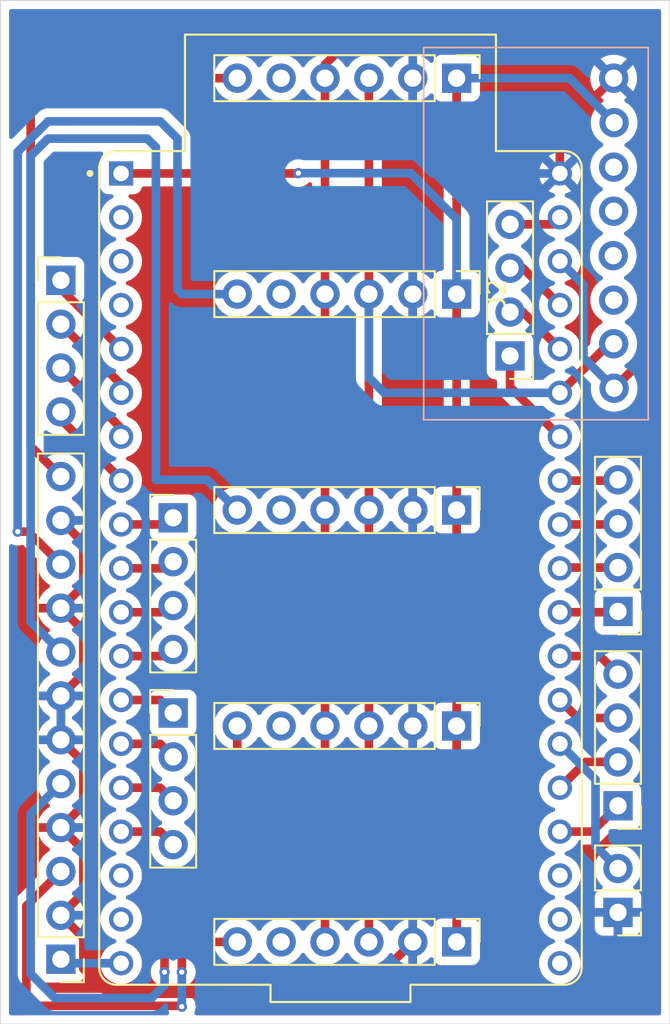
<source format=kicad_pcb>
(kicad_pcb (version 20240108) (generator "pcbnew") (generator_version "8.0")
  (layers (0 "F.Cu" signal) (31 "B.Cu" signal) (34 "B.Paste" user) (35 "F.Paste" user) (36 "B.SilkS" user "B.Silkscreen") (37 "F.SilkS" user "F.Silkscreen") (38 "B.Mask" user) (39 "F.Mask" user) (44 "Edge.Cuts" user))
  (net 0 "")
  (net 1 "GND1")
  (net 2 "SCL")
  (net 3 "+3V3")
  (net 5 "SDA")
  (net 10 "Net-(J6-Pin_2)")
  (net 11 "Net-(J6-Pin_1)")
  (net 12 "Net-(J6-Pin_4)")
  (net 13 "Net-(J6-Pin_3)")
  (net 14 "VIN")
  (net 15 "Net-(J8-Pin_2)")
  (net 16 "Net-(J8-Pin_3)")
  (net 17 "Net-(J8-Pin_4)")
  (net 18 "Net-(J13-Pin_1)")
  (net 19 "Net-(J13-Pin_3)")
  (net 20 "Net-(J13-Pin_2)")
  (net 21 "Net-(J13-Pin_4)")
  (net 23 "Net-(J14-Pin_1)")
  (net 25 "Net-(J14-Pin_4)")
  (net 26 "Net-(J14-Pin_2)")
  (net 27 "Net-(J14-Pin_3)")
  (net 28 "Net-(J15-Pin_2)")
  (net 29 "Net-(J15-Pin_4)")
  (net 30 "Net-(J15-Pin_1)")
  (net 31 "Net-(J15-Pin_3)")
  (net 32 "Net-(J16-Pin_3)")
  (net 33 "Net-(J16-Pin_4)")
  (net 36 "Net-(J16-Pin_1)")
  (net 37 "Net-(J16-Pin_2)")
  (net 38 "Net-(J8-Pin_1)")
  (net 39 "Net-(J9-Pin_2)")
  (net 44 "VCC1")
  (net 45 "VCC2")
  (net 46 "VCC3")
  (net 47 "VCC4")
  (net 48 "VCC5")
  (footprint "Connector_PinHeader_2.54mm:PinHeader_1x02_P2.54mm_Vertical" (layer "F.Cu") (at 166.25 124.79 180)
    (property "Reference" "J9" (hide yes))
    (property "Value" "Conn_01x02_Pin" (hide yes))
    (fp_line (start 1.33 1.27) (end 1.33 3.87) (stroke (width 0.12)) (layer "F.SilkS"))
    (fp_line (start -1.33 3.87) (end 1.33 3.87) (stroke (width 0.12)) (layer "F.SilkS"))
    (fp_line (start -1.33 1.27) (end 1.33 1.27) (stroke (width 0.12)) (layer "F.SilkS"))
    (fp_line (start -1.33 1.27) (end -1.33 3.87) (stroke (width 0.12)) (layer "F.SilkS"))
    (fp_line (start -1.33 0) (end -1.33 -1.33) (stroke (width 0.12)) (layer "F.SilkS"))
    (fp_line (start -1.33 -1.33) (end 0 -1.33) (stroke (width 0.12)) (layer "F.SilkS"))
    (pad "1" thru_hole rect (at 0 0 180) (size 1.7 1.7) (drill 1) (layers "*.Cu" "*.Mask") (net 1 "GND1"))
    (pad "2" thru_hole oval (at 0 2.54 180) (size 1.7 1.7) (drill 1) (layers "*.Cu" "*.Mask") (net 39 "Net-(J9-Pin_2)"))
  )
  (footprint "pin_header:PinHeader_1x04_P2.54mm_Vertical" (layer "F.Cu") (at 166.25 118.62 180)
    (property "Reference" "J8" (hide yes))
    (property "Value" "Conn_01x04_Pin" (hide yes))
    (fp_line (start 1.33 1.27) (end 1.33 8.95) (stroke (width 0.12)) (layer "F.SilkS"))
    (fp_line (start -1.33 8.95) (end 1.33 8.95) (stroke (width 0.12)) (layer "F.SilkS"))
    (fp_line (start -1.33 1.27) (end 1.33 1.27) (stroke (width 0.12)) (layer "F.SilkS"))
    (fp_line (start -1.33 1.27) (end -1.33 8.95) (stroke (width 0.12)) (layer "F.SilkS"))
    (fp_line (start -1.33 0) (end -1.33 -1.33) (stroke (width 0.12)) (layer "F.SilkS"))
    (fp_line (start -1.33 -1.33) (end 0 -1.33) (stroke (width 0.12)) (layer "F.SilkS"))
    (pad "1" thru_hole rect (at 0 0 180) (size 1.7 1.7) (drill 1) (layers "*.Cu" "*.Mask") (net 38 "Net-(J8-Pin_1)"))
    (pad "2" thru_hole oval (at 0 2.54 180) (size 1.7 1.7) (drill 1) (layers "*.Cu" "*.Mask") (net 15 "Net-(J8-Pin_2)"))
    (pad "3" thru_hole oval (at 0 5.08 180) (size 1.7 1.7) (drill 1) (layers "*.Cu" "*.Mask") (net 16 "Net-(J8-Pin_3)"))
    (pad "4" thru_hole oval (at 0 7.62 180) (size 1.7 1.7) (drill 1) (layers "*.Cu" "*.Mask") (net 17 "Net-(J8-Pin_4)"))
  )
  (footprint "Connector_PinHeader_2.54mm:PinHeader_1x06_P2.54mm_Vertical" (layer "F.Cu") (at 156.91 76.5 -90)
    (property "Reference" "J1" (hide yes))
    (property "Value" "Conn_01x06_Pin" (hide yes))
    (fp_line (start -1.33 14.03) (end 1.33 14.03) (stroke (width 0.12)) (layer "F.SilkS"))
    (fp_line (start -1.33 1.27) (end -1.33 14.03) (stroke (width 0.12)) (layer "F.SilkS"))
    (fp_line (start -1.33 1.27) (end 1.33 1.27) (stroke (width 0.12)) (layer "F.SilkS"))
    (fp_line (start 1.33 1.27) (end 1.33 14.03) (stroke (width 0.12)) (layer "F.SilkS"))
    (fp_line (start -1.33 0) (end -1.33 -1.33) (stroke (width 0.12)) (layer "F.SilkS"))
    (fp_line (start -1.33 -1.33) (end 0 -1.33) (stroke (width 0.12)) (layer "F.SilkS"))
    (pad "1" thru_hole rect (at 0 0 270) (size 1.7 1.7) (drill 1) (layers "*.Cu" "*.Mask") (net 3 "+3V3"))
    (pad "2" thru_hole oval (at 0 2.54 270) (size 1.7 1.7) (drill 1) (layers "*.Cu" "*.Mask") (net 1 "GND1"))
    (pad "3" thru_hole oval (at 0 5.08 270) (size 1.7 1.7) (drill 1) (layers "*.Cu" "*.Mask") (net 5 "SDA"))
    (pad "4" thru_hole oval (at 0 7.62 270) (size 1.7 1.7) (drill 1) (layers "*.Cu" "*.Mask") (net 2 "SCL"))
    (pad "5" thru_hole oval (at 0 10.16 270) (size 1.7 1.7) (drill 1) (layers "*.Cu" "*.Mask"))
    (pad "6" thru_hole oval (at 0 12.7 270) (size 1.7 1.7) (drill 1) (layers "*.Cu" "*.Mask") (net 44 "VCC1"))
  )
  (footprint "pin_header:PinHeader_1x04_P2.54mm_Vertical" (layer "F.Cu") (at 140.5 113.25)
    (property "Reference" "J15" (hide yes))
    (property "Value" "Conn_01x04_Pin" (hide yes))
    (fp_line (start -1.33 -1.33) (end 0 -1.33) (stroke (width 0.12)) (layer "F.SilkS"))
    (fp_line (start -1.33 0) (end -1.33 -1.33) (stroke (width 0.12)) (layer "F.SilkS"))
    (fp_line (start -1.33 1.27) (end -1.33 8.95) (stroke (width 0.12)) (layer "F.SilkS"))
    (fp_line (start -1.33 1.27) (end 1.33 1.27) (stroke (width 0.12)) (layer "F.SilkS"))
    (fp_line (start -1.33 8.95) (end 1.33 8.95) (stroke (width 0.12)) (layer "F.SilkS"))
    (fp_line (start 1.33 1.27) (end 1.33 8.95) (stroke (width 0.12)) (layer "F.SilkS"))
    (pad "1" thru_hole rect (at 0 0) (size 1.7 1.7) (drill 1) (layers "*.Cu" "*.Mask") (net 30 "Net-(J15-Pin_1)"))
    (pad "2" thru_hole oval (at 0 2.54) (size 1.7 1.7) (drill 1) (layers "*.Cu" "*.Mask") (net 28 "Net-(J15-Pin_2)"))
    (pad "3" thru_hole oval (at 0 5.08) (size 1.7 1.7) (drill 1) (layers "*.Cu" "*.Mask") (net 31 "Net-(J15-Pin_3)"))
    (pad "4" thru_hole oval (at 0 7.62) (size 1.7 1.7) (drill 1) (layers "*.Cu" "*.Mask") (net 29 "Net-(J15-Pin_4)"))
  )
  (footprint "Connector_PinHeader_2.54mm:PinHeader_1x12_P2.54mm_Vertical" (layer "F.Cu") (at 134 127.5 180)
    (property "Reference" "J7" (hide yes))
    (property "Value" "Conn_01x12_Pin" (hide yes))
    (fp_line (start 1.33 1.27) (end 1.33 29.27) (stroke (width 0.12)) (layer "F.SilkS"))
    (fp_line (start -1.33 29.27) (end 1.33 29.27) (stroke (width 0.12)) (layer "F.SilkS"))
    (fp_line (start -1.33 1.27) (end 1.33 1.27) (stroke (width 0.12)) (layer "F.SilkS"))
    (fp_line (start -1.33 1.27) (end -1.33 29.27) (stroke (width 0.12)) (layer "F.SilkS"))
    (fp_line (start -1.33 0) (end -1.33 -1.33) (stroke (width 0.12)) (layer "F.SilkS"))
    (fp_line (start -1.33 -1.33) (end 0 -1.33) (stroke (width 0.12)) (layer "F.SilkS"))
    (pad "1" thru_hole rect (at 0 0 180) (size 1.7 1.7) (drill 1) (layers "*.Cu" "*.Mask") (net 14 "VIN"))
    (pad "2" thru_hole oval (at 0 2.54 180) (size 1.7 1.7) (drill 1) (layers "*.Cu" "*.Mask") (net 1 "GND1"))
    (pad "3" thru_hole oval (at 0 5.08 180) (size 1.7 1.7) (drill 1) (layers "*.Cu" "*.Mask") (net 48 "VCC5"))
    (pad "4" thru_hole oval (at 0 7.62 180) (size 1.7 1.7) (drill 1) (layers "*.Cu" "*.Mask") (net 1 "GND1"))
    (pad "5" thru_hole oval (at 0 10.16 180) (size 1.7 1.7) (drill 1) (layers "*.Cu" "*.Mask") (net 47 "VCC4"))
    (pad "6" thru_hole oval (at 0 12.7 180) (size 1.7 1.7) (drill 1) (layers "*.Cu" "*.Mask") (net 1 "GND1"))
    (pad "7" thru_hole oval (at 0 15.24 180) (size 1.7 1.7) (drill 1) (layers "*.Cu" "*.Mask") (net 1 "GND1"))
    (pad "8" thru_hole oval (at 0 17.78 180) (size 1.7 1.7) (drill 1) (layers "*.Cu" "*.Mask") (net 46 "VCC3"))
    (pad "9" thru_hole oval (at 0 20.32 180) (size 1.7 1.7) (drill 1) (layers "*.Cu" "*.Mask") (net 1 "GND1"))
    (pad "10" thru_hole oval (at 0 22.86 180) (size 1.7 1.7) (drill 1) (layers "*.Cu" "*.Mask") (net 45 "VCC2"))
    (pad "11" thru_hole oval (at 0 25.4 180) (size 1.7 1.7) (drill 1) (layers "*.Cu" "*.Mask") (net 1 "GND1"))
    (pad "12" thru_hole oval (at 0 27.94 180) (size 1.7 1.7) (drill 1) (layers "*.Cu" "*.Mask") (net 44 "VCC1"))
  )
  (footprint "Connector_PinHeader_2.54mm:PinHeader_1x06_P2.54mm_Vertical" (layer "F.Cu") (at 156.91 126.5 -90)
    (property "Reference" "J5" (hide yes))
    (property "Value" "Conn_01x06_Pin" (hide yes))
    (fp_line (start -1.33 14.03) (end 1.33 14.03) (stroke (width 0.12)) (layer "F.SilkS"))
    (fp_line (start -1.33 1.27) (end -1.33 14.03) (stroke (width 0.12)) (layer "F.SilkS"))
    (fp_line (start -1.33 1.27) (end 1.33 1.27) (stroke (width 0.12)) (layer "F.SilkS"))
    (fp_line (start 1.33 1.27) (end 1.33 14.03) (stroke (width 0.12)) (layer "F.SilkS"))
    (fp_line (start -1.33 0) (end -1.33 -1.33) (stroke (width 0.12)) (layer "F.SilkS"))
    (fp_line (start -1.33 -1.33) (end 0 -1.33) (stroke (width 0.12)) (layer "F.SilkS"))
    (pad "1" thru_hole rect (at 0 0 270) (size 1.7 1.7) (drill 1) (layers "*.Cu" "*.Mask") (net 3 "+3V3"))
    (pad "2" thru_hole oval (at 0 2.54 270) (size 1.7 1.7) (drill 1) (layers "*.Cu" "*.Mask") (net 1 "GND1"))
    (pad "3" thru_hole oval (at 0 5.08 270) (size 1.7 1.7) (drill 1) (layers "*.Cu" "*.Mask") (net 5 "SDA"))
    (pad "4" thru_hole oval (at 0 7.62 270) (size 1.7 1.7) (drill 1) (layers "*.Cu" "*.Mask") (net 2 "SCL"))
    (pad "5" thru_hole oval (at 0 10.16 270) (size 1.7 1.7) (drill 1) (layers "*.Cu" "*.Mask"))
    (pad "6" thru_hole oval (at 0 12.7 270) (size 1.7 1.7) (drill 1) (layers "*.Cu" "*.Mask") (net 48 "VCC5"))
  )
  (footprint "Connector_PinHeader_2.54mm:PinHeader_1x06_P2.54mm_Vertical" (layer "F.Cu") (at 156.91 101.5 -90)
    (property "Reference" "J3" (hide yes))
    (property "Value" "Conn_01x06_Pin" (hide yes))
    (fp_line (start -1.33 14.03) (end 1.33 14.03) (stroke (width 0.12)) (layer "F.SilkS"))
    (fp_line (start -1.33 1.27) (end -1.33 14.03) (stroke (width 0.12)) (layer "F.SilkS"))
    (fp_line (start -1.33 1.27) (end 1.33 1.27) (stroke (width 0.12)) (layer "F.SilkS"))
    (fp_line (start 1.33 1.27) (end 1.33 14.03) (stroke (width 0.12)) (layer "F.SilkS"))
    (fp_line (start -1.33 0) (end -1.33 -1.33) (stroke (width 0.12)) (layer "F.SilkS"))
    (fp_line (start -1.33 -1.33) (end 0 -1.33) (stroke (width 0.12)) (layer "F.SilkS"))
    (pad "1" thru_hole rect (at 0 0 270) (size 1.7 1.7) (drill 1) (layers "*.Cu" "*.Mask") (net 3 "+3V3"))
    (pad "2" thru_hole oval (at 0 2.54 270) (size 1.7 1.7) (drill 1) (layers "*.Cu" "*.Mask") (net 1 "GND1"))
    (pad "3" thru_hole oval (at 0 5.08 270) (size 1.7 1.7) (drill 1) (layers "*.Cu" "*.Mask") (net 5 "SDA"))
    (pad "4" thru_hole oval (at 0 7.62 270) (size 1.7 1.7) (drill 1) (layers "*.Cu" "*.Mask") (net 2 "SCL"))
    (pad "5" thru_hole oval (at 0 10.16 270) (size 1.7 1.7) (drill 1) (layers "*.Cu" "*.Mask"))
    (pad "6" thru_hole oval (at 0 12.7 270) (size 1.7 1.7) (drill 1) (layers "*.Cu" "*.Mask") (net 46 "VCC3"))
  )
  (footprint "pin_header:PinHeader_1x04_P2.54mm_Vertical" (layer "F.Cu") (at 134 88.2)
    (property "Reference" "J13" (hide yes))
    (property "Value" "Conn_01x04_Pin" (hide yes))
    (fp_line (start -1.33 -1.33) (end 0 -1.33) (stroke (width 0.12)) (layer "F.SilkS"))
    (fp_line (start -1.33 0) (end -1.33 -1.33) (stroke (width 0.12)) (layer "F.SilkS"))
    (fp_line (start -1.33 1.27) (end -1.33 8.95) (stroke (width 0.12)) (layer "F.SilkS"))
    (fp_line (start -1.33 1.27) (end 1.33 1.27) (stroke (width 0.12)) (layer "F.SilkS"))
    (fp_line (start -1.33 8.95) (end 1.33 8.95) (stroke (width 0.12)) (layer "F.SilkS"))
    (fp_line (start 1.33 1.27) (end 1.33 8.95) (stroke (width 0.12)) (layer "F.SilkS"))
    (pad "1" thru_hole rect (at 0 0) (size 1.7 1.7) (drill 1) (layers "*.Cu" "*.Mask") (net 18 "Net-(J13-Pin_1)"))
    (pad "2" thru_hole oval (at 0 2.54) (size 1.7 1.7) (drill 1) (layers "*.Cu" "*.Mask") (net 20 "Net-(J13-Pin_2)"))
    (pad "3" thru_hole oval (at 0 5.08) (size 1.7 1.7) (drill 1) (layers "*.Cu" "*.Mask") (net 19 "Net-(J13-Pin_3)"))
    (pad "4" thru_hole oval (at 0 7.62) (size 1.7 1.7) (drill 1) (layers "*.Cu" "*.Mask") (net 21 "Net-(J13-Pin_4)"))
  )
  (footprint "Connector_PinHeader_2.54mm:PinHeader_1x04_P2.54mm_Vertical" (layer "F.Cu") (at 166.25 107.37 180)
    (property "Reference" "J6" (hide yes))
    (property "Value" "Conn_01x04_Pin" (hide yes))
    (fp_line (start 1.33 1.27) (end 1.33 8.95) (stroke (width 0.12)) (layer "F.SilkS"))
    (fp_line (start -1.33 8.95) (end 1.33 8.95) (stroke (width 0.12)) (layer "F.SilkS"))
    (fp_line (start -1.33 1.27) (end 1.33 1.27) (stroke (width 0.12)) (layer "F.SilkS"))
    (fp_line (start -1.33 1.27) (end -1.33 8.95) (stroke (width 0.12)) (layer "F.SilkS"))
    (fp_line (start -1.33 0) (end -1.33 -1.33) (stroke (width 0.12)) (layer "F.SilkS"))
    (fp_line (start -1.33 -1.33) (end 0 -1.33) (stroke (width 0.12)) (layer "F.SilkS"))
    (pad "1" thru_hole rect (at 0 0 180) (size 1.7 1.7) (drill 1) (layers "*.Cu" "*.Mask") (net 11 "Net-(J6-Pin_1)"))
    (pad "2" thru_hole oval (at 0 2.54 180) (size 1.7 1.7) (drill 1) (layers "*.Cu" "*.Mask") (net 10 "Net-(J6-Pin_2)"))
    (pad "3" thru_hole oval (at 0 5.08 180) (size 1.7 1.7) (drill 1) (layers "*.Cu" "*.Mask") (net 13 "Net-(J6-Pin_3)"))
    (pad "4" thru_hole oval (at 0 7.62 180) (size 1.7 1.7) (drill 1) (layers "*.Cu" "*.Mask") (net 12 "Net-(J6-Pin_4)"))
  )
  (footprint "Connector_PinHeader_2.54mm:PinHeader_1x06_P2.54mm_Vertical" (layer "F.Cu") (at 156.91 114 -90)
    (property "Reference" "J4" (hide yes))
    (property "Value" "Conn_01x06_Pin" (hide yes))
    (fp_line (start -1.33 14.03) (end 1.33 14.03) (stroke (width 0.12)) (layer "F.SilkS"))
    (fp_line (start -1.33 1.27) (end -1.33 14.03) (stroke (width 0.12)) (layer "F.SilkS"))
    (fp_line (start -1.33 1.27) (end 1.33 1.27) (stroke (width 0.12)) (layer "F.SilkS"))
    (fp_line (start 1.33 1.27) (end 1.33 14.03) (stroke (width 0.12)) (layer "F.SilkS"))
    (fp_line (start -1.33 0) (end -1.33 -1.33) (stroke (width 0.12)) (layer "F.SilkS"))
    (fp_line (start -1.33 -1.33) (end 0 -1.33) (stroke (width 0.12)) (layer "F.SilkS"))
    (pad "1" thru_hole rect (at 0 0 270) (size 1.7 1.7) (drill 1) (layers "*.Cu" "*.Mask") (net 3 "+3V3"))
    (pad "2" thru_hole oval (at 0 2.54 270) (size 1.7 1.7) (drill 1) (layers "*.Cu" "*.Mask") (net 1 "GND1"))
    (pad "3" thru_hole oval (at 0 5.08 270) (size 1.7 1.7) (drill 1) (layers "*.Cu" "*.Mask") (net 5 "SDA"))
    (pad "4" thru_hole oval (at 0 7.62 270) (size 1.7 1.7) (drill 1) (layers "*.Cu" "*.Mask") (net 2 "SCL"))
    (pad "5" thru_hole oval (at 0 10.16 270) (size 1.7 1.7) (drill 1) (layers "*.Cu" "*.Mask"))
    (pad "6" thru_hole oval (at 0 12.7 270) (size 1.7 1.7) (drill 1) (layers "*.Cu" "*.Mask") (net 47 "VCC4"))
  )
  (footprint "Connector_PinHeader_2.54mm:PinHeader_1x06_P2.54mm_Vertical" (layer "F.Cu") (at 156.91 89 -90)
    (property "Reference" "J2" (at 0 -2.33 90) (layer "F.SilkS"))
    (property "Value" "Conn_01x06_Pin" (hide yes))
    (fp_line (start -1.33 14.03) (end 1.33 14.03) (stroke (width 0.12)) (layer "F.SilkS"))
    (fp_line (start -1.33 1.27) (end -1.33 14.03) (stroke (width 0.12)) (layer "F.SilkS"))
    (fp_line (start -1.33 1.27) (end 1.33 1.27) (stroke (width 0.12)) (layer "F.SilkS"))
    (fp_line (start 1.33 1.27) (end 1.33 14.03) (stroke (width 0.12)) (layer "F.SilkS"))
    (fp_line (start -1.33 0) (end -1.33 -1.33) (stroke (width 0.12)) (layer "F.SilkS"))
    (fp_line (start -1.33 -1.33) (end 0 -1.33) (stroke (width 0.12)) (layer "F.SilkS"))
    (pad "1" thru_hole rect (at 0 0 270) (size 1.7 1.7) (drill 1) (layers "*.Cu" "*.Mask") (net 3 "+3V3"))
    (pad "2" thru_hole oval (at 0 2.54 270) (size 1.7 1.7) (drill 1) (layers "*.Cu" "*.Mask") (net 1 "GND1"))
    (pad "3" thru_hole oval (at 0 5.08 270) (size 1.7 1.7) (drill 1) (layers "*.Cu" "*.Mask") (net 5 "SDA"))
    (pad "4" thru_hole oval (at 0 7.62 270) (size 1.7 1.7) (drill 1) (layers "*.Cu" "*.Mask") (net 2 "SCL"))
    (pad "5" thru_hole oval (at 0 10.16 270) (size 1.7 1.7) (drill 1) (layers "*.Cu" "*.Mask"))
    (pad "6" thru_hole oval (at 0 12.7 270) (size 1.7 1.7) (drill 1) (layers "*.Cu" "*.Mask") (net 45 "VCC2"))
  )
  (footprint "pin_header:PinHeader_1x04_P2.54mm_Vertical" (layer "F.Cu") (at 160 92.58 180)
    (property "Reference" "J16" (hide yes))
    (property "Value" "Conn_01x04_Pin" (hide yes))
    (fp_line (start 1.33 1.27) (end 1.33 8.95) (stroke (width 0.12)) (layer "F.SilkS"))
    (fp_line (start -1.33 8.95) (end 1.33 8.95) (stroke (width 0.12)) (layer "F.SilkS"))
    (fp_line (start -1.33 1.27) (end 1.33 1.27) (stroke (width 0.12)) (layer "F.SilkS"))
    (fp_line (start -1.33 1.27) (end -1.33 8.95) (stroke (width 0.12)) (layer "F.SilkS"))
    (fp_line (start -1.33 0) (end -1.33 -1.33) (stroke (width 0.12)) (layer "F.SilkS"))
    (fp_line (start -1.33 -1.33) (end 0 -1.33) (stroke (width 0.12)) (layer "F.SilkS"))
    (pad "1" thru_hole rect (at 0 0 180) (size 1.7 1.7) (drill 1) (layers "*.Cu" "*.Mask") (net 36 "Net-(J16-Pin_1)"))
    (pad "2" thru_hole oval (at 0 2.54 180) (size 1.7 1.7) (drill 1) (layers "*.Cu" "*.Mask") (net 37 "Net-(J16-Pin_2)"))
    (pad "3" thru_hole oval (at 0 5.08 180) (size 1.7 1.7) (drill 1) (layers "*.Cu" "*.Mask") (net 32 "Net-(J16-Pin_3)"))
    (pad "4" thru_hole oval (at 0 7.62 180) (size 1.7 1.7) (drill 1) (layers "*.Cu" "*.Mask") (net 33 "Net-(J16-Pin_4)"))
  )
  (footprint "ESP32_DEVKITC_32E:MODULE_ESP32-DEVKITC-32E" (layer "F.Cu") (at 150.185 104.85)
    (property "Reference" "U1" (hide yes))
    (property "Value" "ESP32-DEVKITC-32E" (hide yes))
    (fp_line (start -13.97 23.13) (end -13.97 -23.13) (stroke (width 0.127)) (layer "F.SilkS"))
    (fp_line (start -12.97 -24.13) (end -9 -24.13) (stroke (width 0.127)) (layer "F.SilkS"))
    (fp_line (start -12.97 24.13) (end -4.05 24.13) (stroke (width 0.127)) (layer "F.SilkS"))
    (fp_line (start -9 -30.87) (end 9 -30.87) (stroke (width 0.127)) (layer "F.SilkS"))
    (fp_line (start -9 -24.13) (end -9 -30.87) (stroke (width 0.127)) (layer "F.SilkS"))
    (fp_line (start -4.05 24.13) (end -4.05 25.13) (stroke (width 0.127)) (layer "F.SilkS"))
    (fp_line (start -4.05 25.13) (end 4.05 25.13) (stroke (width 0.127)) (layer "F.SilkS"))
    (fp_line (start 4.05 24.13) (end 12.97 24.13) (stroke (width 0.127)) (layer "F.SilkS"))
    (fp_line (start 4.05 25.13) (end 4.05 24.13) (stroke (width 0.127)) (layer "F.SilkS"))
    (fp_line (start 9 -30.87) (end 9 -24.13) (stroke (width 0.127)) (layer "F.SilkS"))
    (fp_line (start 9 -24.13) (end 12.97 -24.13) (stroke (width 0.127)) (layer "F.SilkS"))
    (fp_line (start 13.97 23.13) (end 13.97 -23.13) (stroke (width 0.127)) (layer "F.SilkS"))
    (fp_arc (start -13.97 -23.13) (mid -13.677107 -23.837107) (end -12.97 -24.13) (stroke (width 0.127)) (layer "F.SilkS"))
    (fp_arc (start -12.97 24.13) (mid -13.677107 23.837107) (end -13.97 23.13) (stroke (width 0.127)) (layer "F.SilkS"))
    (fp_arc (start 12.97 -24.13) (mid 13.677107 -23.837107) (end 13.97 -23.13) (stroke (width 0.127)) (layer "F.SilkS"))
    (fp_arc (start 13.97 23.13) (mid 13.677107 23.837107) (end 12.97 24.13) (stroke (width 0.127)) (layer "F.SilkS"))
    (fp_circle (center -14.5 -22.835) (end -14.4 -22.835) (stroke (width 0.2)) (fill none) (layer "F.SilkS"))
    (pad "J2_1" thru_hole rect (at -12.7 -22.835) (size 1.408 1.408) (drill 0.9) (layers "*.Cu" "*.Mask") (net 3 "+3V3"))
    (pad "J2_2" thru_hole circle (at -12.7 -20.295) (size 1.408 1.408) (drill 0.9) (layers "*.Cu" "*.Mask"))
    (pad "J2_3" thru_hole circle (at -12.7 -17.755) (size 1.408 1.408) (drill 0.9) (layers "*.Cu" "*.Mask"))
    (pad "J2_4" thru_hole circle (at -12.7 -15.215) (size 1.408 1.408) (drill 0.9) (layers "*.Cu" "*.Mask"))
    (pad "J2_5" thru_hole circle (at -12.7 -12.675) (size 1.408 1.408) (drill 0.9) (layers "*.Cu" "*.Mask") (net 18 "Net-(J13-Pin_1)"))
    (pad "J2_6" thru_hole circle (at -12.7 -10.135) (size 1.408 1.408) (drill 0.9) (layers "*.Cu" "*.Mask") (net 20 "Net-(J13-Pin_2)"))
    (pad "J2_7" thru_hole circle (at -12.7 -7.595) (size 1.408 1.408) (drill 0.9) (layers "*.Cu" "*.Mask") (net 19 "Net-(J13-Pin_3)"))
    (pad "J2_8" thru_hole circle (at -12.7 -5.055) (size 1.408 1.408) (drill 0.9) (layers "*.Cu" "*.Mask") (net 21 "Net-(J13-Pin_4)"))
    (pad "J2_9" thru_hole circle (at -12.7 -2.515) (size 1.408 1.408) (drill 0.9) (layers "*.Cu" "*.Mask") (net 23 "Net-(J14-Pin_1)"))
    (pad "J2_10" thru_hole circle (at -12.7 0.025) (size 1.408 1.408) (drill 0.9) (layers "*.Cu" "*.Mask") (net 26 "Net-(J14-Pin_2)"))
    (pad "J2_11" thru_hole circle (at -12.7 2.565) (size 1.408 1.408) (drill 0.9) (layers "*.Cu" "*.Mask") (net 27 "Net-(J14-Pin_3)"))
    (pad "J2_12" thru_hole circle (at -12.7 5.105) (size 1.408 1.408) (drill 0.9) (layers "*.Cu" "*.Mask") (net 25 "Net-(J14-Pin_4)"))
    (pad "J2_13" thru_hole circle (at -12.7 7.645) (size 1.408 1.408) (drill 0.9) (layers "*.Cu" "*.Mask") (net 30 "Net-(J15-Pin_1)"))
    (pad "J2_14" thru_hole circle (at -12.7 10.185) (size 1.408 1.408) (drill 0.9) (layers "*.Cu" "*.Mask") (net 28 "Net-(J15-Pin_2)"))
    (pad "J2_15" thru_hole circle (at -12.7 12.725) (size 1.408 1.408) (drill 0.9) (layers "*.Cu" "*.Mask") (net 31 "Net-(J15-Pin_3)"))
    (pad "J2_16" thru_hole circle (at -12.7 15.265) (size 1.408 1.408) (drill 0.9) (layers "*.Cu" "*.Mask") (net 29 "Net-(J15-Pin_4)"))
    (pad "J2_17" thru_hole circle (at -12.7 17.805) (size 1.408 1.408) (drill 0.9) (layers "*.Cu" "*.Mask"))
    (pad "J2_18" thru_hole circle (at -12.7 20.345) (size 1.408 1.408) (drill 0.9) (layers "*.Cu" "*.Mask"))
    (pad "J2_19" thru_hole circle (at -12.7 22.885) (size 1.408 1.408) (drill 0.9) (layers "*.Cu" "*.Mask") (net 14 "VIN"))
    (pad "J3_1" thru_hole circle (at 12.7 -22.835) (size 1.408 1.408) (drill 0.9) (layers "*.Cu" "*.Mask") (net 1 "GND1"))
    (pad "J3_2" thru_hole circle (at 12.7 -20.295) (size 1.408 1.408) (drill 0.9) (layers "*.Cu" "*.Mask") (net 33 "Net-(J16-Pin_4)"))
    (pad "J3_3" thru_hole circle (at 12.7 -17.755) (size 1.408 1.408) (drill 0.9) (layers "*.Cu" "*.Mask") (net 2 "SCL"))
    (pad "J3_4" thru_hole circle (at 12.7 -15.215) (size 1.408 1.408) (drill 0.9) (layers "*.Cu" "*.Mask") (net 32 "Net-(J16-Pin_3)"))
    (pad "J3_5" thru_hole circle (at 12.7 -12.675) (size 1.408 1.408) (drill 0.9) (layers "*.Cu" "*.Mask") (net 37 "Net-(J16-Pin_2)"))
    (pad "J3_6" thru_hole circle (at 12.7 -10.135) (size 1.408 1.408) (drill 0.9) (layers "*.Cu" "*.Mask") (net 5 "SDA"))
    (pad "J3_7" thru_hole circle (at 12.7 -7.595) (size 1.408 1.408) (drill 0.9) (layers "*.Cu" "*.Mask") (net 36 "Net-(J16-Pin_1)"))
    (pad "J3_8" thru_hole circle (at 12.7 -5.055) (size 1.408 1.408) (drill 0.9) (layers "*.Cu" "*.Mask") (net 12 "Net-(J6-Pin_4)"))
    (pad "J3_9" thru_hole circle (at 12.7 -2.515) (size 1.408 1.408) (drill 0.9) (layers "*.Cu" "*.Mask") (net 13 "Net-(J6-Pin_3)"))
    (pad "J3_10" thru_hole circle (at 12.7 0.025) (size 1.408 1.408) (drill 0.9) (layers "*.Cu" "*.Mask") (net 10 "Net-(J6-Pin_2)"))
    (pad "J3_11" thru_hole circle (at 12.7 2.565) (size 1.408 1.408) (drill 0.9) (layers "*.Cu" "*.Mask") (net 11 "Net-(J6-Pin_1)"))
    (pad "J3_12" thru_hole circle (at 12.7 5.105) (size 1.408 1.408) (drill 0.9) (layers "*.Cu" "*.Mask") (net 17 "Net-(J8-Pin_4)"))
    (pad "J3_13" thru_hole circle (at 12.7 7.645) (size 1.408 1.408) (drill 0.9) (layers "*.Cu" "*.Mask") (net 16 "Net-(J8-Pin_3)"))
    (pad "J3_14" thru_hole circle (at 12.7 10.185) (size 1.408 1.408) (drill 0.9) (layers "*.Cu" "*.Mask") (net 39 "Net-(J9-Pin_2)"))
    (pad "J3_15" thru_hole circle (at 12.7 12.725) (size 1.408 1.408) (drill 0.9) (layers "*.Cu" "*.Mask") (net 15 "Net-(J8-Pin_2)"))
    (pad "J3_16" thru_hole circle (at 12.7 15.265) (size 1.408 1.408) (drill 0.9) (layers "*.Cu" "*.Mask") (net 38 "Net-(J8-Pin_1)"))
    (pad "J3_17" thru_hole circle (at 12.7 17.805) (size 1.408 1.408) (drill 0.9) (layers "*.Cu" "*.Mask"))
    (pad "J3_18" thru_hole circle (at 12.7 20.345) (size 1.408 1.408) (drill 0.9) (layers "*.Cu" "*.Mask"))
    (pad "J3_19" thru_hole circle (at 12.7 22.885) (size 1.408 1.408) (drill 0.9) (layers "*.Cu" "*.Mask"))
  )
  (footprint "pin_header:PinHeader_1x04_P2.54mm_Vertical" (layer "F.Cu") (at 140.5 101.95)
    (property "Reference" "J14" (hide yes))
    (property "Value" "Conn_01x04_Pin" (hide yes))
    (fp_line (start -1.33 -1.33) (end 0 -1.33) (stroke (width 0.12)) (layer "F.SilkS"))
    (fp_line (start -1.33 0) (end -1.33 -1.33) (stroke (width 0.12)) (layer "F.SilkS"))
    (fp_line (start -1.33 1.27) (end -1.33 8.95) (stroke (width 0.12)) (layer "F.SilkS"))
    (fp_line (start -1.33 1.27) (end 1.33 1.27) (stroke (width 0.12)) (layer "F.SilkS"))
    (fp_line (start -1.33 8.95) (end 1.33 8.95) (stroke (width 0.12)) (layer "F.SilkS"))
    (fp_line (start 1.33 1.27) (end 1.33 8.95) (stroke (width 0.12)) (layer "F.SilkS"))
    (pad "1" thru_hole rect (at 0 0) (size 1.7 1.7) (drill 1) (layers "*.Cu" "*.Mask") (net 23 "Net-(J14-Pin_1)"))
    (pad "2" thru_hole oval (at 0 2.54) (size 1.7 1.7) (drill 1) (layers "*.Cu" "*.Mask") (net 26 "Net-(J14-Pin_2)"))
    (pad "3" thru_hole oval (at 0 5.08) (size 1.7 1.7) (drill 1) (layers "*.Cu" "*.Mask") (net 27 "Net-(J14-Pin_3)"))
    (pad "4" thru_hole oval (at 0 7.62) (size 1.7 1.7) (drill 1) (layers "*.Cu" "*.Mask") (net 25 "Net-(J14-Pin_4)"))
  )
  (footprint "test:ADXL345" (layer "B.Cu") (at 166 81.275 -90)
    (property "Reference" "U2" (hide yes))
    (property "Value" "~" (hide yes))
    (fp_rect (start 15 -2) (end -6.55 11) (stroke (width 0.1)) (fill none) (layer "B.SilkS"))
    (pad "1" thru_hole circle (at 13.175 -0.025 270) (size 1.7 1.7) (drill 1) (layers "*.Cu" "*.Mask") (net 2 "SCL"))
    (pad "2" thru_hole circle (at 10.6 0 270) (size 1.7 1.7) (drill 1) (layers "*.Cu" "*.Mask") (net 5 "SDA"))
    (pad "3" thru_hole circle (at 8.075 0 90) (size 1.7 1.7) (drill 1) (layers "*.Cu" "*.Mask"))
    (pad "4" thru_hole circle (at 5.5 0.025 90) (size 1.7 1.7) (drill 1) (layers "*.Cu" "*.Mask"))
    (pad "5" thru_hole circle (at 2.925 0 90) (size 1.7 1.7) (drill 1) (layers "*.Cu" "*.Mask"))
    (pad "6" thru_hole circle (at 0.375 0 270) (size 1.7 1.7) (drill 1) (layers "*.Cu" "*.Mask"))
    (pad "7" thru_hole circle (at -2.2 -0.025 270) (size 1.7 1.7) (drill 1) (layers "*.Cu" "*.Mask") (net 3 "+3V3"))
    (pad "8" thru_hole circle (at -4.775 0 270) (size 1.7 1.7) (drill 1) (layers "*.Cu" "*.Mask") (net 1 "GND1"))
  )
  (gr_rect (start 130.5 72) (end 169.25 131.25) (stroke (width 0.05)) (fill none) (layer "Edge.Cuts"))
  (segment (start 162.885 79.615) (end 162.885 82.015) (width 0.5) (layer "F.Cu") (net 1))
  (segment (start 134 102.1) (end 135.3 103.4) (width 0.5) (layer "F.Cu") (net 1))
  (segment (start 165 129.25) (end 166.25 128) (width 0.5) (layer "F.Cu") (net 1))
  (segment (start 134 124.96) (end 135.3 126.26) (width 0.5) (layer "F.Cu") (net 1))
  (segment (start 135.3 126.26) (end 135.3 128.05) (width 0.5) (layer "F.Cu") (net 1))
  (segment (start 154.37 128.12) (end 155.5 129.25) (width 0.5) (layer "F.Cu") (net 1))
  (segment (start 135.3 116.1) (end 135.3 118.58) (width 0.5) (layer "F.Cu") (net 1))
  (segment (start 135.3 108.48) (end 134 107.18) (width 0.5) (layer "F.Cu") (net 1))
  (segment (start 154.37 114) (end 154.37 76.5) (width 0.5) (layer "F.Cu") (net 1))
  (segment (start 135.3 103.4) (end 135.3 105.88) (width 0.5) (layer "F.Cu") (net 1))
  (segment (start 154.37 114) (end 154.37 126.5) (width 0.5) (layer "F.Cu") (net 1))
  (segment (start 135.3 105.88) (end 134 107.18) (width 0.5) (layer "F.Cu") (net 1))
  (segment (start 166 76.5) (end 162.885 79.615) (width 0.5) (layer "F.Cu") (net 1))
  (segment (start 136.75 129.5) (end 151.37 129.5) (width 0.5) (layer "F.Cu") (net 1))
  (segment (start 166.25 128) (end 166.25 124.79) (width 0.5) (layer "F.Cu") (net 1))
  (segment (start 135.3 110.96) (end 135.3 108.48) (width 0.5) (layer "F.Cu") (net 1))
  (segment (start 134 119.88) (end 135.3 121.18) (width 0.5) (layer "F.Cu") (net 1))
  (segment (start 135.3 128.05) (end 136.75 129.5) (width 0.5) (layer "F.Cu") (net 1))
  (segment (start 135.3 123.66) (end 134 124.96) (width 0.5) (layer "F.Cu") (net 1))
  (segment (start 135.3 118.58) (end 134 119.88) (width 0.5) (layer "F.Cu") (net 1))
  (segment (start 151.37 129.5) (end 154.37 126.5) (width 0.5) (layer "F.Cu") (net 1))
  (segment (start 134 112.26) (end 135.3 110.96) (width 0.5) (layer "F.Cu") (net 1))
  (segment (start 154.37 126.5) (end 154.37 128.12) (width 0.5) (layer "F.Cu") (net 1))
  (segment (start 155.5 129.25) (end 165 129.25) (width 0.5) (layer "F.Cu") (net 1))
  (segment (start 134 114.8) (end 135.3 116.1) (width 0.5) (layer "F.Cu") (net 1))
  (segment (start 134 112.26) (end 134 114.8) (width 0.5) (layer "F.Cu") (net 1))
  (segment (start 135.3 121.18) (end 135.3 123.66) (width 0.5) (layer "F.Cu") (net 1))
  (segment (start 155.515 82.015) (end 162.885 82.015) (width 0.5) (layer "B.Cu") (net 1))
  (segment (start 154.37 80.87) (end 155.515 82.015) (width 0.5) (layer "B.Cu") (net 1))
  (segment (start 154.37 76.5) (end 154.37 80.87) (width 0.5) (layer "B.Cu") (net 1))
  (segment (start 168 75.5) (end 166.75 74.25) (width 0.5) (layer "F.Cu") (net 2))
  (segment (start 168 92.475) (end 168 75.5) (width 0.5) (layer "F.Cu") (net 2))
  (segment (start 166.75 74.25) (end 150.75 74.25) (width 0.5) (layer "F.Cu") (net 2))
  (segment (start 166.025 94.45) (end 168 92.475) (width 0.5) (layer "F.Cu") (net 2))
  (segment (start 149.29 76.5) (end 149.29 126.5) (width 0.5) (layer "F.Cu") (net 2))
  (segment (start 149.29 75.71) (end 149.29 76.5) (width 0.5) (layer "F.Cu") (net 2))
  (segment (start 150.75 74.25) (end 149.29 75.71) (width 0.5) (layer "F.Cu") (net 2))
  (segment (start 166.025 94.45) (end 164.25 92.675) (width 0.5) (layer "B.Cu") (net 2))
  (segment (start 164.25 92.675) (end 164.25 88.46) (width 0.5) (layer "B.Cu") (net 2))
  (segment (start 164.25 88.46) (end 162.885 87.095) (width 0.5) (layer "B.Cu") (net 2))
  (segment (start 147.735 82.015) (end 147.75 82) (width 0.5) (layer "F.Cu") (net 3))
  (segment (start 137.485 82.015) (end 147.735 82.015) (width 0.5) (layer "F.Cu") (net 3))
  (segment (start 156.91 114) (end 156.91 126.5) (width 0.5) (layer "F.Cu") (net 3))
  (segment (start 156.91 76.5) (end 156.91 114) (width 0.5) (layer "F.Cu") (net 3))
  (via (at 147.75 82) (size 0.6) (drill 0.3) (layers "F.Cu" "B.Cu") (net 3))
  (segment (start 166.025 79.075) (end 163.45 76.5) (width 0.5) (layer "B.Cu") (net 3))
  (segment (start 147.75 82) (end 154.25 82) (width 0.5) (layer "B.Cu") (net 3))
  (segment (start 163.45 76.5) (end 156.91 76.5) (width 0.5) (layer "B.Cu") (net 3))
  (segment (start 156.91 84.66) (end 156.91 89) (width 0.5) (layer "B.Cu") (net 3))
  (segment (start 154.25 82) (end 156.91 84.66) (width 0.5) (layer "B.Cu") (net 3))
  (segment (start 151.83 114) (end 151.83 126.5) (width 0.5) (layer "F.Cu") (net 5))
  (segment (start 151.83 76.5) (end 151.83 114) (width 0.5) (layer "F.Cu") (net 5))
  (segment (start 166 91.875) (end 165.725 91.875) (width 0.5) (layer "F.Cu") (net 5))
  (segment (start 165.725 91.875) (end 162.885 94.715) (width 0.5) (layer "F.Cu") (net 5))
  (segment (start 162.885 94.715) (end 152.715 94.715) (width 0.5) (layer "B.Cu") (net 5))
  (segment (start 152.715 94.715) (end 151.83 93.83) (width 0.5) (layer "B.Cu") (net 5))
  (segment (start 151.83 93.83) (end 151.83 89) (width 0.5) (layer "B.Cu") (net 5))
  (segment (start 166.25 104.83) (end 162.93 104.83) (width 0.5) (layer "F.Cu") (net 10))
  (segment (start 162.93 104.83) (end 162.885 104.875) (width 0.5) (layer "F.Cu") (net 10))
  (segment (start 162.885 107.415) (end 166.205 107.415) (width 0.5) (layer "F.Cu") (net 11))
  (segment (start 166.205 107.415) (end 166.25 107.37) (width 0.5) (layer "F.Cu") (net 11))
  (segment (start 166.205 99.795) (end 166.25 99.75) (width 0.5) (layer "F.Cu") (net 12))
  (segment (start 162.885 99.795) (end 166.205 99.795) (width 0.5) (layer "F.Cu") (net 12))
  (segment (start 162.885 102.335) (end 166.205 102.335) (width 0.5) (layer "F.Cu") (net 13))
  (segment (start 166.205 102.335) (end 166.25 102.29) (width 0.5) (layer "F.Cu") (net 13))
  (segment (start 134.235 127.735) (end 134 127.5) (width 0.5) (layer "B.Cu") (net 14))
  (segment (start 137.485 127.735) (end 134.235 127.735) (width 0.5) (layer "B.Cu") (net 14))
  (segment (start 164.38 116.08) (end 162.885 117.575) (width 0.5) (layer "F.Cu") (net 15))
  (segment (start 166.25 116.08) (end 164.38 116.08) (width 0.5) (layer "F.Cu") (net 15))
  (segment (start 166.25 113.54) (end 163.93 113.54) (width 0.5) (layer "F.Cu") (net 16))
  (segment (start 163.93 113.54) (end 162.885 112.495) (width 0.5) (layer "F.Cu") (net 16))
  (segment (start 165.205 109.955) (end 166.25 111) (width 0.5) (layer "F.Cu") (net 17))
  (segment (start 162.885 109.955) (end 165.205 109.955) (width 0.5) (layer "F.Cu") (net 17))
  (segment (start 134 88.69) (end 137.485 92.175) (width 0.5) (layer "F.Cu") (net 18))
  (segment (start 134 88.2) (end 134 88.69) (width 0.5) (layer "F.Cu") (net 18))
  (segment (start 134 93.28) (end 137.485 96.765) (width 0.5) (layer "F.Cu") (net 19))
  (segment (start 137.485 96.765) (end 137.485 97.255) (width 0.5) (layer "F.Cu") (net 19))
  (segment (start 137.485 94.225) (end 137.485 94.715) (width 0.5) (layer "F.Cu") (net 20))
  (segment (start 134 90.74) (end 137.485 94.225) (width 0.5) (layer "F.Cu") (net 20))
  (segment (start 134 95.82) (end 134 96.25) (width 0.5) (layer "F.Cu") (net 21))
  (segment (start 134 96.25) (end 137.485 99.735) (width 0.5) (layer "F.Cu") (net 21))
  (segment (start 137.485 99.735) (end 137.485 99.795) (width 0.5) (layer "F.Cu") (net 21))
  (segment (start 137.485 102.335) (end 140.115 102.335) (width 0.5) (layer "F.Cu") (net 23))
  (segment (start 140.115 102.335) (end 140.5 101.95) (width 0.5) (layer "F.Cu") (net 23))
  (segment (start 137.485 109.955) (end 140.115 109.955) (width 0.5) (layer "F.Cu") (net 25))
  (segment (start 140.115 109.955) (end 140.5 109.57) (width 0.5) (layer "F.Cu") (net 25))
  (segment (start 140.115 104.875) (end 140.5 104.49) (width 0.5) (layer "F.Cu") (net 26))
  (segment (start 137.485 104.875) (end 140.115 104.875) (width 0.5) (layer "F.Cu") (net 26))
  (segment (start 140.115 107.415) (end 140.5 107.03) (width 0.5) (layer "F.Cu") (net 27))
  (segment (start 137.485 107.415) (end 140.115 107.415) (width 0.5) (layer "F.Cu") (net 27))
  (segment (start 139.745 115.035) (end 140.5 115.79) (width 0.5) (layer "F.Cu") (net 28))
  (segment (start 137.485 115.035) (end 139.745 115.035) (width 0.5) (layer "F.Cu") (net 28))
  (segment (start 137.485 120.115) (end 139.745 120.115) (width 0.5) (layer "F.Cu") (net 29))
  (segment (start 139.745 120.115) (end 140.5 120.87) (width 0.5) (layer "F.Cu") (net 29))
  (segment (start 139.745 112.495) (end 140.5 113.25) (width 0.5) (layer "F.Cu") (net 30))
  (segment (start 137.485 112.495) (end 139.745 112.495) (width 0.5) (layer "F.Cu") (net 30))
  (segment (start 139.745 117.575) (end 140.5 118.33) (width 0.5) (layer "F.Cu") (net 31))
  (segment (start 137.485 117.575) (end 139.745 117.575) (width 0.5) (layer "F.Cu") (net 31))
  (segment (start 160.75 87.5) (end 162.885 89.635) (width 0.5) (layer "F.Cu") (net 32))
  (segment (start 160 87.5) (end 160.75 87.5) (width 0.5) (layer "F.Cu") (net 32))
  (segment (start 160 84.96) (end 162.48 84.96) (width 0.5) (layer "F.Cu") (net 33))
  (segment (start 162.48 84.96) (end 162.885 84.555) (width 0.5) (layer "F.Cu") (net 33))
  (segment (start 160 92.58) (end 160 94.37) (width 0.5) (layer "F.Cu") (net 36))
  (segment (start 160 94.37) (end 162.885 97.255) (width 0.5) (layer "F.Cu") (net 36))
  (segment (start 160.75 90.04) (end 162.885 92.175) (width 0.5) (layer "F.Cu") (net 37))
  (segment (start 160 90.04) (end 160.75 90.04) (width 0.5) (layer "F.Cu") (net 37))
  (segment (start 162.885 120.115) (end 164.755 120.115) (width 0.5) (layer "F.Cu") (net 38))
  (segment (start 164.755 120.115) (end 166.25 118.62) (width 0.5) (layer "F.Cu") (net 38))
  (segment (start 164.95 117.1) (end 162.885 115.035) (width 0.5) (layer "B.Cu") (net 39))
  (segment (start 166.25 122.25) (end 164.95 120.95) (width 0.5) (layer "B.Cu") (net 39))
  (segment (start 164.95 120.95) (end 164.95 117.1) (width 0.5) (layer "B.Cu") (net 39))
  (segment (start 132.25 97.81) (end 134 99.56) (width 0.5) (layer "F.Cu") (net 44))
  (segment (start 144.21 76.5) (end 133 76.5) (width 0.5) (layer "F.Cu") (net 44))
  (segment (start 133 76.5) (end 132.25 77.25) (width 0.5) (layer "F.Cu") (net 44))
  (segment (start 132.25 77.25) (end 132.25 97.81) (width 0.5) (layer "F.Cu") (net 44))
  (segment (start 132.11 102.75) (end 134 104.64) (width 0.5) (layer "F.Cu") (net 45))
  (segment (start 131.5 102.75) (end 132.11 102.75) (width 0.5) (layer "F.Cu") (net 45))
  (via (at 131.5 102.75) (size 0.6) (drill 0.3) (layers "F.Cu" "B.Cu") (net 45))
  (segment (start 133.26005 79) (end 131.5 80.76005) (width 0.5) (layer "B.Cu") (net 45))
  (segment (start 141 89) (end 140.75 88.75) (width 0.5) (layer "B.Cu") (net 45))
  (segment (start 139.75 79) (end 133.26005 79) (width 0.5) (layer "B.Cu") (net 45))
  (segment (start 140.75 88.75) (end 140.75 80) (width 0.5) (layer "B.Cu") (net 45))
  (segment (start 140.75 80) (end 139.75 79) (width 0.5) (layer "B.Cu") (net 45))
  (segment (start 144.21 89) (end 141 89) (width 0.5) (layer "B.Cu") (net 45))
  (segment (start 131.5 80.76005) (end 131.5 102.75) (width 0.5) (layer "B.Cu") (net 45))
  (segment (start 144.21 101.5) (end 142.46 99.75) (width 0.5) (layer "B.Cu") (net 46))
  (segment (start 139.5 80.5) (end 139 80) (width 0.5) (layer "B.Cu") (net 46))
  (segment (start 139 80) (end 133.25 80) (width 0.5) (layer "B.Cu") (net 46))
  (segment (start 142.46 99.75) (end 139.5 99.75) (width 0.5) (layer "B.Cu") (net 46))
  (segment (start 132.25 107.97) (end 134 109.72) (width 0.5) (layer "B.Cu") (net 46))
  (segment (start 133.25 80) (end 132.25 81) (width 0.5) (layer "B.Cu") (net 46))
  (segment (start 139.5 99.75) (end 139.5 80.5) (width 0.5) (layer "B.Cu") (net 46))
  (segment (start 132.25 81) (end 132.25 107.97) (width 0.5) (layer "B.Cu") (net 46))
  (segment (start 144.21 114) (end 144.21 123.29) (width 0.5) (layer "F.Cu") (net 47))
  (segment (start 144.21 123.29) (end 143.5 124) (width 0.5) (layer "F.Cu") (net 47))
  (segment (start 143.5 124) (end 140.75 124) (width 0.5) (layer "F.Cu") (net 47))
  (segment (start 140 124.75) (end 140 128.25) (width 0.5) (layer "F.Cu") (net 47))
  (segment (start 140.75 124) (end 140 124.75) (width 0.5) (layer "F.Cu") (net 47))
  (via (at 140 128.25) (size 0.6) (drill 0.3) (layers "F.Cu" "B.Cu") (net 47))
  (segment (start 132.25 119.09) (end 134 117.34) (width 0.5) (layer "B.Cu") (net 47))
  (segment (start 140 129) (end 139.25 129.75) (width 0.5) (layer "B.Cu") (net 47))
  (segment (start 140 128.25) (end 140 129) (width 0.5) (layer "B.Cu") (net 47))
  (segment (start 133.65 129.75) (end 132.25 128.35) (width 0.5) (layer "B.Cu") (net 47))
  (segment (start 139.25 129.75) (end 133.65 129.75) (width 0.5) (layer "B.Cu") (net 47))
  (segment (start 132.25 128.35) (end 132.25 119.09) (width 0.5) (layer "B.Cu") (net 47))
  (segment (start 140.95 130.2) (end 132.7 130.2) (width 0.5) (layer "F.Cu") (net 48))
  (segment (start 132 129.5) (end 132 124.42) (width 0.5) (layer "F.Cu") (net 48))
  (segment (start 141.75 126.5) (end 141 127.25) (width 0.5) (layer "F.Cu") (net 48))
  (segment (start 144.21 126.5) (end 141.75 126.5) (width 0.5) (layer "F.Cu") (net 48))
  (segment (start 132.7 130.2) (end 132 129.5) (width 0.5) (layer "F.Cu") (net 48))
  (segment (start 141 130.25) (end 140.95 130.2) (width 0.5) (layer "F.Cu") (net 48))
  (segment (start 132 124.42) (end 134 122.42) (width 0.5) (layer "F.Cu") (net 48))
  (segment (start 141 127.25) (end 141 128.25) (width 0.5) (layer "F.Cu") (net 48))
  (via (at 141 128.25) (size 0.6) (drill 0.3) (layers "F.Cu" "B.Cu") (net 48))
  (via (at 141 130.25) (size 0.6) (drill 0.3) (layers "F.Cu" "B.Cu") (net 48))
  (segment (start 141 128.25) (end 141 130.25) (width 0.5) (layer "B.Cu") (net 48))
  (zone (net 1) (net_name "GND1") (layers "F&B.Cu") (connect_pads (clearance 0.5)) (min_thickness 0.25) (fill yes (thermal_gap 0.5) (thermal_bridge_width 0.5))
    (polygon (pts (xy 130.5 72) (xy 130.5 131) (xy 169.25 131) (xy 169.25 72)))
  )
)
</source>
